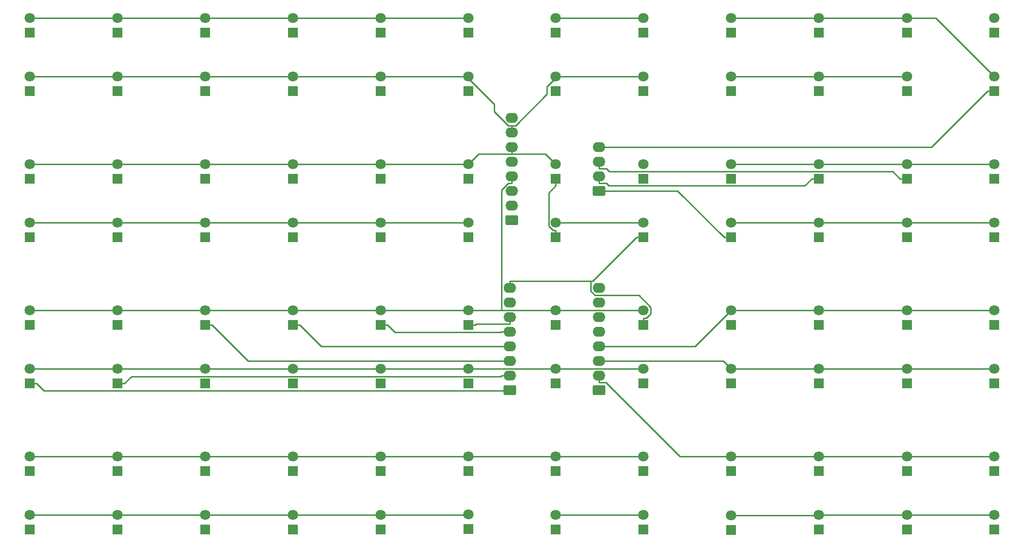
<source format=gbr>
%TF.GenerationSoftware,KiCad,Pcbnew,(6.0.7-1)-1*%
%TF.CreationDate,2023-11-06T04:03:54+10:00*%
%TF.ProjectId,Caution Panel,43617574-696f-46e2-9050-616e656c2e6b,rev?*%
%TF.SameCoordinates,Original*%
%TF.FileFunction,Copper,L1,Top*%
%TF.FilePolarity,Positive*%
%FSLAX46Y46*%
G04 Gerber Fmt 4.6, Leading zero omitted, Abs format (unit mm)*
G04 Created by KiCad (PCBNEW (6.0.7-1)-1) date 2023-11-06 04:03:54*
%MOMM*%
%LPD*%
G01*
G04 APERTURE LIST*
G04 Aperture macros list*
%AMRoundRect*
0 Rectangle with rounded corners*
0 $1 Rounding radius*
0 $2 $3 $4 $5 $6 $7 $8 $9 X,Y pos of 4 corners*
0 Add a 4 corners polygon primitive as box body*
4,1,4,$2,$3,$4,$5,$6,$7,$8,$9,$2,$3,0*
0 Add four circle primitives for the rounded corners*
1,1,$1+$1,$2,$3*
1,1,$1+$1,$4,$5*
1,1,$1+$1,$6,$7*
1,1,$1+$1,$8,$9*
0 Add four rect primitives between the rounded corners*
20,1,$1+$1,$2,$3,$4,$5,0*
20,1,$1+$1,$4,$5,$6,$7,0*
20,1,$1+$1,$6,$7,$8,$9,0*
20,1,$1+$1,$8,$9,$2,$3,0*%
G04 Aperture macros list end*
%TA.AperFunction,ComponentPad*%
%ADD10R,1.800000X1.800000*%
%TD*%
%TA.AperFunction,ComponentPad*%
%ADD11C,1.800000*%
%TD*%
%TA.AperFunction,ComponentPad*%
%ADD12RoundRect,0.250000X0.845000X-0.620000X0.845000X0.620000X-0.845000X0.620000X-0.845000X-0.620000X0*%
%TD*%
%TA.AperFunction,ComponentPad*%
%ADD13O,2.190000X1.740000*%
%TD*%
%TA.AperFunction,Conductor*%
%ADD14C,0.250000*%
%TD*%
G04 APERTURE END LIST*
D10*
%TO.P,D92,1,K*%
%TO.N,/DIG_B3*%
X245000000Y-97893600D03*
D11*
%TO.P,D92,2,A*%
%TO.N,/SEG_D1*%
X245000000Y-95353600D03*
%TD*%
D10*
%TO.P,D77,1,K*%
%TO.N,/DIG_B1*%
X214524800Y-82650500D03*
D11*
%TO.P,D77,2,A*%
%TO.N,/SEG_E1*%
X214524800Y-80110500D03*
%TD*%
D10*
%TO.P,D39,1,K*%
%TO.N,/DIG_A4*%
X138367300Y-57259300D03*
D11*
%TO.P,D39,2,A*%
%TO.N,/SEG_G0*%
X138367300Y-54719300D03*
%TD*%
D10*
%TO.P,D62,1,K*%
%TO.N,/DIG_A7*%
X184044600Y-72475700D03*
D11*
%TO.P,D62,2,A*%
%TO.N,/SEG_F0*%
X184044600Y-69935700D03*
%TD*%
D10*
%TO.P,D63,1,K*%
%TO.N,/DIG_A7*%
X184044600Y-57259300D03*
D11*
%TO.P,D63,2,A*%
%TO.N,/SEG_G0*%
X184044600Y-54719300D03*
%TD*%
D10*
%TO.P,D96,1,K*%
%TO.N,/DIG_B3*%
X245000000Y-57259300D03*
D11*
%TO.P,D96,2,A*%
%TO.N,/SEG_DP1*%
X245000000Y-54719300D03*
%TD*%
D10*
%TO.P,D91,1,K*%
%TO.N,/DIG_B3*%
X245000000Y-108055000D03*
D11*
%TO.P,D91,2,A*%
%TO.N,/SEG_C1*%
X245000000Y-105515000D03*
%TD*%
D10*
%TO.P,D55,1,K*%
%TO.N,/DIG_A6*%
X168805900Y-57259300D03*
D11*
%TO.P,D55,2,A*%
%TO.N,/SEG_G0*%
X168805900Y-54719300D03*
%TD*%
D10*
%TO.P,D60,1,K*%
%TO.N,/DIG_A7*%
X184044600Y-97893600D03*
D11*
%TO.P,D60,2,A*%
%TO.N,/SEG_D0*%
X184044600Y-95353600D03*
%TD*%
D10*
%TO.P,D69,1,K*%
%TO.N,/DIG_B0*%
X199281400Y-82650500D03*
D11*
%TO.P,D69,2,A*%
%TO.N,/SEG_E1*%
X199281400Y-80110500D03*
%TD*%
D10*
%TO.P,D73,1,K*%
%TO.N,/DIG_B1*%
X214524800Y-133465000D03*
D11*
%TO.P,D73,2,A*%
%TO.N,/SEG_A1*%
X214524800Y-130925000D03*
%TD*%
D10*
%TO.P,D38,1,K*%
%TO.N,/DIG_A4*%
X138367300Y-72475700D03*
D11*
%TO.P,D38,2,A*%
%TO.N,/SEG_F0*%
X138367300Y-69935700D03*
%TD*%
D10*
%TO.P,D23,1,K*%
%TO.N,/DIG_A2*%
X107871400Y-57259300D03*
D11*
%TO.P,D23,2,A*%
%TO.N,/SEG_G0*%
X107871400Y-54719300D03*
%TD*%
D10*
%TO.P,D20,1,K*%
%TO.N,/DIG_A2*%
X107871400Y-97893600D03*
D11*
%TO.P,D20,2,A*%
%TO.N,/SEG_D0*%
X107871400Y-95353600D03*
%TD*%
D10*
%TO.P,D8,1,K*%
%TO.N,/DIG_A0*%
X77400300Y-47101300D03*
D11*
%TO.P,D8,2,A*%
%TO.N,/SEG_DP0*%
X77400300Y-44561300D03*
%TD*%
D10*
%TO.P,D15,1,K*%
%TO.N,/DIG_A1*%
X92647100Y-57259300D03*
D11*
%TO.P,D15,2,A*%
%TO.N,/SEG_G0*%
X92647100Y-54719300D03*
%TD*%
D10*
%TO.P,D6,1,K*%
%TO.N,/DIG_A0*%
X77390100Y-72475700D03*
D11*
%TO.P,D6,2,A*%
%TO.N,/SEG_F0*%
X77390100Y-69935700D03*
%TD*%
D10*
%TO.P,D34,1,K*%
%TO.N,/DIG_A4*%
X138367300Y-123289800D03*
D11*
%TO.P,D34,2,A*%
%TO.N,/SEG_B0*%
X138367300Y-120749800D03*
%TD*%
D10*
%TO.P,D59,1,K*%
%TO.N,/DIG_A7*%
X184044600Y-108055000D03*
D11*
%TO.P,D59,2,A*%
%TO.N,/SEG_C0*%
X184044600Y-105515000D03*
%TD*%
D10*
%TO.P,D17,1,K*%
%TO.N,/DIG_A2*%
X107871400Y-133479700D03*
D11*
%TO.P,D17,2,A*%
%TO.N,/SEG_A0*%
X107871400Y-130939700D03*
%TD*%
D10*
%TO.P,D3,1,K*%
%TO.N,/DIG_A0*%
X77413300Y-108055000D03*
D11*
%TO.P,D3,2,A*%
%TO.N,/SEG_C0*%
X77413300Y-105515000D03*
%TD*%
D10*
%TO.P,D11,1,K*%
%TO.N,/DIG_A1*%
X92647100Y-108055000D03*
D11*
%TO.P,D11,2,A*%
%TO.N,/SEG_C0*%
X92647100Y-105515000D03*
%TD*%
D10*
%TO.P,D2,1,K*%
%TO.N,/DIG_A0*%
X77391600Y-123289800D03*
D11*
%TO.P,D2,2,A*%
%TO.N,/SEG_B0*%
X77391600Y-120749800D03*
%TD*%
D10*
%TO.P,D47,1,K*%
%TO.N,/DIG_A5*%
X153596400Y-57259300D03*
D11*
%TO.P,D47,2,A*%
%TO.N,/SEG_G0*%
X153596400Y-54719300D03*
%TD*%
D10*
%TO.P,D58,1,K*%
%TO.N,/DIG_A7*%
X184044600Y-123289800D03*
D11*
%TO.P,D58,2,A*%
%TO.N,/SEG_B0*%
X184044600Y-120749800D03*
%TD*%
D10*
%TO.P,D89,1,K*%
%TO.N,/DIG_B3*%
X245000000Y-133462100D03*
D11*
%TO.P,D89,2,A*%
%TO.N,/SEG_A1*%
X245000000Y-130922100D03*
%TD*%
D10*
%TO.P,D32,1,K*%
%TO.N,/DIG_A3*%
X123100500Y-47101300D03*
D11*
%TO.P,D32,2,A*%
%TO.N,/SEG_DP0*%
X123100500Y-44561300D03*
%TD*%
D10*
%TO.P,D33,1,K*%
%TO.N,/DIG_A4*%
X138367300Y-133456200D03*
D11*
%TO.P,D33,2,A*%
%TO.N,/SEG_A0*%
X138367300Y-130916200D03*
%TD*%
D10*
%TO.P,D48,1,K*%
%TO.N,/DIG_A5*%
X153596400Y-47101300D03*
D11*
%TO.P,D48,2,A*%
%TO.N,/SEG_DP0*%
X153596400Y-44561300D03*
%TD*%
D10*
%TO.P,D46,1,K*%
%TO.N,/DIG_A5*%
X153596400Y-72475700D03*
D11*
%TO.P,D46,2,A*%
%TO.N,/SEG_F0*%
X153596400Y-69935700D03*
%TD*%
D10*
%TO.P,D82,1,K*%
%TO.N,/DIG_B2*%
X229779700Y-123289800D03*
D11*
%TO.P,D82,2,A*%
%TO.N,/SEG_B1*%
X229779700Y-120749800D03*
%TD*%
D10*
%TO.P,D95,1,K*%
%TO.N,/DIG_B3*%
X245000000Y-47101300D03*
D11*
%TO.P,D95,2,A*%
%TO.N,/SEG_G1*%
X245000000Y-44561300D03*
%TD*%
D10*
%TO.P,D13,1,K*%
%TO.N,/DIG_A1*%
X92647100Y-82650500D03*
D11*
%TO.P,D13,2,A*%
%TO.N,/SEG_E0*%
X92647100Y-80110500D03*
%TD*%
D10*
%TO.P,D19,1,K*%
%TO.N,/DIG_A2*%
X107871400Y-108055000D03*
D11*
%TO.P,D19,2,A*%
%TO.N,/SEG_C0*%
X107871400Y-105515000D03*
%TD*%
D10*
%TO.P,D67,1,K*%
%TO.N,/DIG_B0*%
X199281400Y-108055000D03*
D11*
%TO.P,D67,2,A*%
%TO.N,/SEG_C1*%
X199281400Y-105515000D03*
%TD*%
D10*
%TO.P,D78,1,K*%
%TO.N,/DIG_B1*%
X214524800Y-72475700D03*
D11*
%TO.P,D78,2,A*%
%TO.N,/SEG_F1*%
X214524800Y-69935700D03*
%TD*%
D10*
%TO.P,D44,1,K*%
%TO.N,/DIG_A5*%
X153596400Y-97893600D03*
D11*
%TO.P,D44,2,A*%
%TO.N,/SEG_D0*%
X153596400Y-95353600D03*
%TD*%
D10*
%TO.P,D94,1,K*%
%TO.N,/DIG_B3*%
X245000000Y-72475700D03*
D11*
%TO.P,D94,2,A*%
%TO.N,/SEG_F1*%
X245000000Y-69935700D03*
%TD*%
D10*
%TO.P,D80,1,K*%
%TO.N,/DIG_B1*%
X214524800Y-47101300D03*
D11*
%TO.P,D80,2,A*%
%TO.N,/SEG_DP1*%
X214524800Y-44561300D03*
%TD*%
D10*
%TO.P,D86,1,K*%
%TO.N,/DIG_B2*%
X229779700Y-72475700D03*
D11*
%TO.P,D86,2,A*%
%TO.N,/SEG_F1*%
X229779700Y-69935700D03*
%TD*%
D10*
%TO.P,D12,1,K*%
%TO.N,/DIG_A1*%
X92647100Y-97893600D03*
D11*
%TO.P,D12,2,A*%
%TO.N,/SEG_D0*%
X92647100Y-95353600D03*
%TD*%
D10*
%TO.P,D37,1,K*%
%TO.N,/DIG_A4*%
X138367300Y-82650500D03*
D11*
%TO.P,D37,2,A*%
%TO.N,/SEG_E0*%
X138367300Y-80110500D03*
%TD*%
D10*
%TO.P,D75,1,K*%
%TO.N,/DIG_B1*%
X214524800Y-108055000D03*
D11*
%TO.P,D75,2,A*%
%TO.N,/SEG_C1*%
X214524800Y-105515000D03*
%TD*%
D10*
%TO.P,D21,1,K*%
%TO.N,/DIG_A2*%
X107871400Y-82650500D03*
D11*
%TO.P,D21,2,A*%
%TO.N,/SEG_E0*%
X107871400Y-80110500D03*
%TD*%
D10*
%TO.P,D93,1,K*%
%TO.N,/DIG_B3*%
X245000000Y-82650500D03*
D11*
%TO.P,D93,2,A*%
%TO.N,/SEG_E1*%
X245000000Y-80110500D03*
%TD*%
D10*
%TO.P,D18,1,K*%
%TO.N,/DIG_A2*%
X107871400Y-123289800D03*
D11*
%TO.P,D18,2,A*%
%TO.N,/SEG_B0*%
X107871400Y-120749800D03*
%TD*%
D10*
%TO.P,D45,1,K*%
%TO.N,/DIG_A5*%
X153596400Y-82650500D03*
D11*
%TO.P,D45,2,A*%
%TO.N,/SEG_E0*%
X153596400Y-80110500D03*
%TD*%
D10*
%TO.P,D42,1,K*%
%TO.N,/DIG_A5*%
X153596400Y-123289800D03*
D11*
%TO.P,D42,2,A*%
%TO.N,/SEG_B0*%
X153596400Y-120749800D03*
%TD*%
D10*
%TO.P,D57,1,K*%
%TO.N,/DIG_A7*%
X184044600Y-133459400D03*
D11*
%TO.P,D57,2,A*%
%TO.N,/SEG_A0*%
X184044600Y-130919400D03*
%TD*%
D10*
%TO.P,D22,1,K*%
%TO.N,/DIG_A2*%
X107871400Y-72475700D03*
D11*
%TO.P,D22,2,A*%
%TO.N,/SEG_F0*%
X107871400Y-69935700D03*
%TD*%
D10*
%TO.P,D43,1,K*%
%TO.N,/DIG_A5*%
X153596400Y-108055000D03*
D11*
%TO.P,D43,2,A*%
%TO.N,/SEG_C0*%
X153596400Y-105515000D03*
%TD*%
D10*
%TO.P,D27,1,K*%
%TO.N,/DIG_A3*%
X123100500Y-108055000D03*
D11*
%TO.P,D27,2,A*%
%TO.N,/SEG_C0*%
X123100500Y-105515000D03*
%TD*%
D10*
%TO.P,D83,1,K*%
%TO.N,/DIG_B2*%
X229779700Y-108055000D03*
D11*
%TO.P,D83,2,A*%
%TO.N,/SEG_C1*%
X229779700Y-105515000D03*
%TD*%
D10*
%TO.P,D28,1,K*%
%TO.N,/DIG_A3*%
X123100500Y-97893600D03*
D11*
%TO.P,D28,2,A*%
%TO.N,/SEG_D0*%
X123100500Y-95353600D03*
%TD*%
D10*
%TO.P,D10,1,K*%
%TO.N,/DIG_A1*%
X92647100Y-123289800D03*
D11*
%TO.P,D10,2,A*%
%TO.N,/SEG_B0*%
X92647100Y-120749800D03*
%TD*%
D10*
%TO.P,D5,1,K*%
%TO.N,/DIG_A0*%
X77409700Y-82650500D03*
D11*
%TO.P,D5,2,A*%
%TO.N,/SEG_E0*%
X77409700Y-80110500D03*
%TD*%
D10*
%TO.P,D79,1,K*%
%TO.N,/DIG_B1*%
X214524800Y-57259300D03*
D11*
%TO.P,D79,2,A*%
%TO.N,/SEG_G1*%
X214524800Y-54719300D03*
%TD*%
D10*
%TO.P,D56,1,K*%
%TO.N,/DIG_A6*%
X168805900Y-47101300D03*
D11*
%TO.P,D56,2,A*%
%TO.N,/SEG_DP0*%
X168805900Y-44561300D03*
%TD*%
D10*
%TO.P,D40,1,K*%
%TO.N,/DIG_A4*%
X138367300Y-47101300D03*
D11*
%TO.P,D40,2,A*%
%TO.N,/SEG_DP0*%
X138367300Y-44561300D03*
%TD*%
D10*
%TO.P,D36,1,K*%
%TO.N,/DIG_A4*%
X138367300Y-97893600D03*
D11*
%TO.P,D36,2,A*%
%TO.N,/SEG_D0*%
X138367300Y-95353600D03*
%TD*%
D10*
%TO.P,D25,1,K*%
%TO.N,/DIG_A3*%
X123100500Y-133466700D03*
D11*
%TO.P,D25,2,A*%
%TO.N,/SEG_A0*%
X123100500Y-130926700D03*
%TD*%
D10*
%TO.P,D87,1,K*%
%TO.N,/DIG_B2*%
X229779700Y-57259300D03*
D11*
%TO.P,D87,2,A*%
%TO.N,/SEG_G1*%
X229779700Y-54719300D03*
%TD*%
D10*
%TO.P,D53,1,K*%
%TO.N,/DIG_A6*%
X168805900Y-82650500D03*
D11*
%TO.P,D53,2,A*%
%TO.N,/SEG_E0*%
X168805900Y-80110500D03*
%TD*%
D10*
%TO.P,D49,1,K*%
%TO.N,/DIG_A6*%
X168805900Y-133450900D03*
D11*
%TO.P,D49,2,A*%
%TO.N,/SEG_A0*%
X168805900Y-130910900D03*
%TD*%
D10*
%TO.P,D14,1,K*%
%TO.N,/DIG_A1*%
X92647100Y-72475700D03*
D11*
%TO.P,D14,2,A*%
%TO.N,/SEG_F0*%
X92647100Y-69935700D03*
%TD*%
D10*
%TO.P,D9,1,K*%
%TO.N,/DIG_A1*%
X92647100Y-133482200D03*
D11*
%TO.P,D9,2,A*%
%TO.N,/SEG_A0*%
X92647100Y-130942200D03*
%TD*%
D10*
%TO.P,D52,1,K*%
%TO.N,/DIG_A6*%
X168805900Y-97893600D03*
D11*
%TO.P,D52,2,A*%
%TO.N,/SEG_D0*%
X168805900Y-95353600D03*
%TD*%
D10*
%TO.P,D4,1,K*%
%TO.N,/DIG_A0*%
X77406300Y-97893600D03*
D11*
%TO.P,D4,2,A*%
%TO.N,/SEG_D0*%
X77406300Y-95353600D03*
%TD*%
D10*
%TO.P,D66,1,K*%
%TO.N,/DIG_B0*%
X199281400Y-123289800D03*
D11*
%TO.P,D66,2,A*%
%TO.N,/SEG_B1*%
X199281400Y-120749800D03*
%TD*%
D10*
%TO.P,D85,1,K*%
%TO.N,/DIG_B2*%
X229779700Y-82650500D03*
D11*
%TO.P,D85,2,A*%
%TO.N,/SEG_E1*%
X229779700Y-80110500D03*
%TD*%
D10*
%TO.P,D26,1,K*%
%TO.N,/DIG_A3*%
X123100500Y-123289800D03*
D11*
%TO.P,D26,2,A*%
%TO.N,/SEG_B0*%
X123100500Y-120749800D03*
%TD*%
D10*
%TO.P,D81,1,K*%
%TO.N,/DIG_B2*%
X229779700Y-133470000D03*
D11*
%TO.P,D81,2,A*%
%TO.N,/SEG_A1*%
X229779700Y-130930000D03*
%TD*%
D10*
%TO.P,D30,1,K*%
%TO.N,/DIG_A3*%
X123100500Y-72475700D03*
D11*
%TO.P,D30,2,A*%
%TO.N,/SEG_F0*%
X123100500Y-69935700D03*
%TD*%
D10*
%TO.P,D7,1,K*%
%TO.N,/DIG_A0*%
X77394900Y-57259300D03*
D11*
%TO.P,D7,2,A*%
%TO.N,/SEG_G0*%
X77394900Y-54719300D03*
%TD*%
D10*
%TO.P,D16,1,K*%
%TO.N,/DIG_A1*%
X92647100Y-47101300D03*
D11*
%TO.P,D16,2,A*%
%TO.N,/SEG_DP0*%
X92647100Y-44561300D03*
%TD*%
D10*
%TO.P,D29,1,K*%
%TO.N,/DIG_A3*%
X123100500Y-82650500D03*
D11*
%TO.P,D29,2,A*%
%TO.N,/SEG_E0*%
X123100500Y-80110500D03*
%TD*%
D10*
%TO.P,D84,1,K*%
%TO.N,/DIG_B2*%
X229779700Y-97893600D03*
D11*
%TO.P,D84,2,A*%
%TO.N,/SEG_D1*%
X229779700Y-95353600D03*
%TD*%
D10*
%TO.P,D64,1,K*%
%TO.N,/DIG_A7*%
X184044600Y-47101300D03*
D11*
%TO.P,D64,2,A*%
%TO.N,/SEG_DP0*%
X184044600Y-44561300D03*
%TD*%
D10*
%TO.P,D70,1,K*%
%TO.N,/DIG_B0*%
X199281400Y-72475700D03*
D11*
%TO.P,D70,2,A*%
%TO.N,/SEG_F1*%
X199281400Y-69935700D03*
%TD*%
D10*
%TO.P,D54,1,K*%
%TO.N,/DIG_A6*%
X168805900Y-72475700D03*
D11*
%TO.P,D54,2,A*%
%TO.N,/SEG_F0*%
X168805900Y-69935700D03*
%TD*%
D10*
%TO.P,D72,1,K*%
%TO.N,/DIG_B0*%
X199281400Y-47101300D03*
D11*
%TO.P,D72,2,A*%
%TO.N,/SEG_DP1*%
X199281400Y-44561300D03*
%TD*%
D10*
%TO.P,D50,1,K*%
%TO.N,/DIG_A6*%
X168805900Y-123289800D03*
D11*
%TO.P,D50,2,A*%
%TO.N,/SEG_B0*%
X168805900Y-120749800D03*
%TD*%
D10*
%TO.P,D90,1,K*%
%TO.N,/DIG_B3*%
X245000000Y-123289800D03*
D11*
%TO.P,D90,2,A*%
%TO.N,/SEG_B1*%
X245000000Y-120749800D03*
%TD*%
D10*
%TO.P,D41,1,K*%
%TO.N,/DIG_A5*%
X153596400Y-133392400D03*
D11*
%TO.P,D41,2,A*%
%TO.N,/SEG_A0*%
X153596400Y-130852400D03*
%TD*%
D10*
%TO.P,D71,1,K*%
%TO.N,/DIG_B0*%
X199281400Y-57259300D03*
D11*
%TO.P,D71,2,A*%
%TO.N,/SEG_G1*%
X199281400Y-54719300D03*
%TD*%
D10*
%TO.P,D1,1,K*%
%TO.N,/DIG_A0*%
X77397300Y-133446800D03*
D11*
%TO.P,D1,2,A*%
%TO.N,/SEG_A0*%
X77397300Y-130906800D03*
%TD*%
D10*
%TO.P,D76,1,K*%
%TO.N,/DIG_B1*%
X214524800Y-97893600D03*
D11*
%TO.P,D76,2,A*%
%TO.N,/SEG_D1*%
X214524800Y-95353600D03*
%TD*%
D10*
%TO.P,D61,1,K*%
%TO.N,/DIG_A7*%
X184044600Y-82650500D03*
D11*
%TO.P,D61,2,A*%
%TO.N,/SEG_E0*%
X184044600Y-80110500D03*
%TD*%
D10*
%TO.P,D24,1,K*%
%TO.N,/DIG_A2*%
X107871400Y-47101300D03*
D11*
%TO.P,D24,2,A*%
%TO.N,/SEG_DP0*%
X107871400Y-44561300D03*
%TD*%
D10*
%TO.P,D74,1,K*%
%TO.N,/DIG_B1*%
X214524800Y-123289800D03*
D11*
%TO.P,D74,2,A*%
%TO.N,/SEG_B1*%
X214524800Y-120749800D03*
%TD*%
D10*
%TO.P,D88,1,K*%
%TO.N,/DIG_B2*%
X229779700Y-47101300D03*
D11*
%TO.P,D88,2,A*%
%TO.N,/SEG_DP1*%
X229779700Y-44561300D03*
%TD*%
D10*
%TO.P,D68,1,K*%
%TO.N,/DIG_B0*%
X199281400Y-97893600D03*
D11*
%TO.P,D68,2,A*%
%TO.N,/SEG_D1*%
X199281400Y-95353600D03*
%TD*%
D10*
%TO.P,D31,1,K*%
%TO.N,/DIG_A3*%
X123100500Y-57259300D03*
D11*
%TO.P,D31,2,A*%
%TO.N,/SEG_G0*%
X123100500Y-54719300D03*
%TD*%
D10*
%TO.P,D51,1,K*%
%TO.N,/DIG_A6*%
X168805900Y-108055000D03*
D11*
%TO.P,D51,2,A*%
%TO.N,/SEG_C0*%
X168805900Y-105515000D03*
%TD*%
D10*
%TO.P,D35,1,K*%
%TO.N,/DIG_A4*%
X138367300Y-108055000D03*
D11*
%TO.P,D35,2,A*%
%TO.N,/SEG_C0*%
X138367300Y-105515000D03*
%TD*%
D10*
%TO.P,D65,1,K*%
%TO.N,/DIG_B0*%
X199281400Y-133491000D03*
D11*
%TO.P,D65,2,A*%
%TO.N,/SEG_A1*%
X199281400Y-130951000D03*
%TD*%
D12*
%TO.P,J2,1,Pin_1*%
%TO.N,/DIG_A0*%
X160774300Y-109247600D03*
D13*
%TO.P,J2,2,Pin_2*%
%TO.N,/DIG_A1*%
X160774300Y-106707600D03*
%TO.P,J2,3,Pin_3*%
%TO.N,/DIG_A2*%
X160774300Y-104167600D03*
%TO.P,J2,4,Pin_4*%
%TO.N,/DIG_A3*%
X160774300Y-101627600D03*
%TO.P,J2,5,Pin_5*%
%TO.N,/DIG_A4*%
X160774300Y-99087600D03*
%TO.P,J2,6,Pin_6*%
%TO.N,/DIG_A5*%
X160774300Y-96547600D03*
%TO.P,J2,7,Pin_7*%
%TO.N,/DIG_A6*%
X160774300Y-94007600D03*
%TO.P,J2,8,Pin_8*%
%TO.N,/DIG_A7*%
X160774300Y-91467600D03*
%TD*%
D12*
%TO.P,J1,1,Pin_1*%
%TO.N,/SEG_A0*%
X161162500Y-79652600D03*
D13*
%TO.P,J1,2,Pin_2*%
%TO.N,/SEG_B0*%
X161162500Y-77112600D03*
%TO.P,J1,3,Pin_3*%
%TO.N,/SEG_C0*%
X161162500Y-74572600D03*
%TO.P,J1,4,Pin_4*%
%TO.N,/SEG_D0*%
X161162500Y-72032600D03*
%TO.P,J1,5,Pin_5*%
%TO.N,/SEG_E0*%
X161162500Y-69492600D03*
%TO.P,J1,6,Pin_6*%
%TO.N,/SEG_F0*%
X161162500Y-66952600D03*
%TO.P,J1,7,Pin_7*%
%TO.N,/SEG_G0*%
X161162500Y-64412600D03*
%TO.P,J1,8,Pin_8*%
%TO.N,/SEG_DP0*%
X161162500Y-61872600D03*
%TD*%
D12*
%TO.P,J3,1,Pin_1*%
%TO.N,/SEG_A1*%
X176331800Y-109247600D03*
D13*
%TO.P,J3,2,Pin_2*%
%TO.N,/SEG_B1*%
X176331800Y-106707600D03*
%TO.P,J3,3,Pin_3*%
%TO.N,/SEG_C1*%
X176331800Y-104167600D03*
%TO.P,J3,4,Pin_4*%
%TO.N,/SEG_D1*%
X176331800Y-101627600D03*
%TO.P,J3,5,Pin_5*%
%TO.N,/SEG_E1*%
X176331800Y-99087600D03*
%TO.P,J3,6,Pin_6*%
%TO.N,/SEG_F1*%
X176331800Y-96547600D03*
%TO.P,J3,7,Pin_7*%
%TO.N,/SEG_G1*%
X176331800Y-94007600D03*
%TO.P,J3,8,Pin_8*%
%TO.N,/SEG_DP1*%
X176331800Y-91467600D03*
%TD*%
D12*
%TO.P,J4,1,Pin_1*%
%TO.N,/DIG_B0*%
X176351800Y-74572600D03*
D13*
%TO.P,J4,2,Pin_2*%
%TO.N,/DIG_B1*%
X176351800Y-72032600D03*
%TO.P,J4,3,Pin_3*%
%TO.N,/DIG_B2*%
X176351800Y-69492600D03*
%TO.P,J4,4,Pin_4*%
%TO.N,/DIG_B3*%
X176351800Y-66952600D03*
%TD*%
D14*
%TO.N,/DIG_A0*%
X160741500Y-109280400D02*
X160774300Y-109247600D01*
X79864000Y-109280400D02*
X160741500Y-109280400D01*
X78638600Y-108055000D02*
X79864000Y-109280400D01*
X77413300Y-108055000D02*
X78638600Y-108055000D01*
%TO.N,/SEG_A0*%
X92649600Y-130939700D02*
X107871400Y-130939700D01*
X123087500Y-130939700D02*
X123100500Y-130926700D01*
X138367300Y-130916200D02*
X153532600Y-130916200D01*
X138356800Y-130926700D02*
X138367300Y-130916200D01*
X77397300Y-130906800D02*
X92611700Y-130906800D01*
X123100500Y-130926700D02*
X138356800Y-130926700D01*
X184036100Y-130910900D02*
X184044600Y-130919400D01*
X153532600Y-130916200D02*
X153596400Y-130852400D01*
X168805900Y-130910900D02*
X184036100Y-130910900D01*
X107871400Y-130939700D02*
X123087500Y-130939700D01*
X92611700Y-130906800D02*
X92647100Y-130942200D01*
X92647100Y-130942200D02*
X92649600Y-130939700D01*
%TO.N,/DIG_A2*%
X107871400Y-97893600D02*
X109096700Y-97893600D01*
X109096700Y-97893600D02*
X115370700Y-104167600D01*
X115370700Y-104167600D02*
X160774300Y-104167600D01*
%TO.N,/DIG_A1*%
X159231900Y-106829700D02*
X159354000Y-106707600D01*
X93872400Y-108055000D02*
X95097700Y-106829700D01*
X160774300Y-106707600D02*
X159354000Y-106707600D01*
X95097700Y-106829700D02*
X159231900Y-106829700D01*
X92647100Y-108055000D02*
X93872400Y-108055000D01*
%TO.N,/DIG_A3*%
X124325800Y-97893600D02*
X128059800Y-101627600D01*
X123100500Y-97893600D02*
X124325800Y-97893600D01*
X128059800Y-101627600D02*
X160774300Y-101627600D01*
%TO.N,/DIG_A4*%
X160774300Y-99087600D02*
X159354000Y-99087600D01*
X159322600Y-99119000D02*
X159354000Y-99087600D01*
X138367300Y-97893600D02*
X139592600Y-97893600D01*
X140818000Y-99119000D02*
X159322600Y-99119000D01*
X139592600Y-97893600D02*
X140818000Y-99119000D01*
%TO.N,/DIG_A6*%
X168346400Y-81425200D02*
X167580600Y-80659400D01*
X167580600Y-80659400D02*
X167580600Y-74926300D01*
X168805900Y-81425200D02*
X168346400Y-81425200D01*
X168805900Y-82650500D02*
X168805900Y-81425200D01*
X168805900Y-72475700D02*
X168805900Y-73701000D01*
X167580600Y-74926300D02*
X168805900Y-73701000D01*
%TO.N,/DIG_A5*%
X154972400Y-97742900D02*
X160774300Y-97742900D01*
X160774300Y-96547600D02*
X160774300Y-97742900D01*
X153596400Y-97893600D02*
X154821700Y-97893600D01*
X154821700Y-97893600D02*
X154972400Y-97742900D01*
%TO.N,/DIG_A7*%
X185279400Y-94794100D02*
X183222900Y-92737600D01*
X175197500Y-90272300D02*
X182819300Y-82650500D01*
X185279400Y-95893000D02*
X185279400Y-94794100D01*
X184044600Y-97893600D02*
X184044600Y-96668300D01*
X174905300Y-90272300D02*
X175197500Y-90272300D01*
X183222900Y-92737600D02*
X175603800Y-92737600D01*
X160774300Y-91467600D02*
X160774300Y-90272300D01*
X184044600Y-96668300D02*
X184504100Y-96668300D01*
X184504100Y-96668300D02*
X185279400Y-95893000D01*
X160774300Y-90272300D02*
X174905300Y-90272300D01*
X174905300Y-92039100D02*
X174905300Y-90272300D01*
X184044600Y-82650500D02*
X182819300Y-82650500D01*
X175603800Y-92737600D02*
X174905300Y-92039100D01*
%TO.N,/DIG_B0*%
X176351800Y-74572600D02*
X189978200Y-74572600D01*
X199281400Y-82650500D02*
X198056100Y-82650500D01*
X189978200Y-74572600D02*
X198056100Y-82650500D01*
%TO.N,/SEG_A1*%
X214529800Y-130930000D02*
X229779700Y-130930000D01*
X214498800Y-130951000D02*
X214524800Y-130925000D01*
X199281400Y-130951000D02*
X214498800Y-130951000D01*
X214524800Y-130925000D02*
X214529800Y-130930000D01*
X229779700Y-130930000D02*
X244992100Y-130930000D01*
X244992100Y-130930000D02*
X245000000Y-130922100D01*
%TO.N,/DIG_B2*%
X229779700Y-72475700D02*
X228554400Y-72475700D01*
X176351800Y-69492600D02*
X176351800Y-70687900D01*
X177547100Y-70687900D02*
X178109600Y-71250400D01*
X178109600Y-71250400D02*
X227329100Y-71250400D01*
X227329100Y-71250400D02*
X228554400Y-72475700D01*
X176351800Y-70687900D02*
X177547100Y-70687900D01*
%TO.N,/DIG_B1*%
X176351800Y-73227900D02*
X177547100Y-73227900D01*
X214524800Y-72475700D02*
X213299500Y-72475700D01*
X177547100Y-73227900D02*
X178020200Y-73701000D01*
X212074200Y-73701000D02*
X213299500Y-72475700D01*
X176351800Y-72032600D02*
X176351800Y-73227900D01*
X178020200Y-73701000D02*
X212074200Y-73701000D01*
%TO.N,/DIG_B3*%
X245000000Y-57259300D02*
X243774700Y-57259300D01*
X234081400Y-66952600D02*
X176351800Y-66952600D01*
X243774700Y-57259300D02*
X234081400Y-66952600D01*
%TO.N,/SEG_B0*%
X107871400Y-120749800D02*
X123100500Y-120749800D01*
X77391600Y-120749800D02*
X92647100Y-120749800D01*
X138367300Y-120749800D02*
X153596400Y-120749800D01*
X92647100Y-120749800D02*
X107871400Y-120749800D01*
X168805900Y-120749800D02*
X184044600Y-120749800D01*
X123100500Y-120749800D02*
X138367300Y-120749800D01*
X153596400Y-120749800D02*
X168805900Y-120749800D01*
%TO.N,/SEG_B1*%
X190374000Y-120749800D02*
X199281400Y-120749800D01*
X176331800Y-107902900D02*
X177527100Y-107902900D01*
X199281400Y-120749800D02*
X214524800Y-120749800D01*
X214524800Y-120749800D02*
X229779700Y-120749800D01*
X177527100Y-107902900D02*
X190374000Y-120749800D01*
X176331800Y-106707600D02*
X176331800Y-107902900D01*
X229779700Y-120749800D02*
X245000000Y-120749800D01*
%TO.N,/SEG_C0*%
X92647100Y-105515000D02*
X107871400Y-105515000D01*
X107871400Y-105515000D02*
X123100500Y-105515000D01*
X123100500Y-105515000D02*
X138367300Y-105515000D01*
X184005900Y-105476300D02*
X184044600Y-105515000D01*
X153596400Y-105515000D02*
X153635100Y-105476300D01*
X138367300Y-105515000D02*
X153596400Y-105515000D01*
X168805900Y-105476300D02*
X168805900Y-105515000D01*
X153635100Y-105476300D02*
X168805900Y-105476300D01*
X77413300Y-105515000D02*
X92647100Y-105515000D01*
X168805900Y-105476300D02*
X184005900Y-105476300D01*
%TO.N,/SEG_C1*%
X214524800Y-105515000D02*
X199281400Y-105515000D01*
X214524800Y-105515000D02*
X229779700Y-105515000D01*
X229779700Y-105515000D02*
X245000000Y-105515000D01*
X197934000Y-104167600D02*
X176331800Y-104167600D01*
X199281400Y-105515000D02*
X197934000Y-104167600D01*
%TO.N,/SEG_D0*%
X161162500Y-72032600D02*
X161162500Y-73227900D01*
X92647100Y-95353600D02*
X107871400Y-95353600D01*
X153634400Y-95315600D02*
X159339500Y-95315600D01*
X159339500Y-74453300D02*
X160564900Y-73227900D01*
X77406300Y-95353600D02*
X92647100Y-95353600D01*
X160564900Y-73227900D02*
X161162500Y-73227900D01*
X159339500Y-95315600D02*
X168805900Y-95315600D01*
X138367300Y-95353600D02*
X153596400Y-95353600D01*
X107871400Y-95353600D02*
X123100500Y-95353600D01*
X184006600Y-95315600D02*
X184044600Y-95353600D01*
X153596400Y-95353600D02*
X153634400Y-95315600D01*
X168805900Y-95315600D02*
X184006600Y-95315600D01*
X168805900Y-95353600D02*
X168805900Y-95315600D01*
X123100500Y-95353600D02*
X138367300Y-95353600D01*
X159339500Y-95315600D02*
X159339500Y-74453300D01*
%TO.N,/SEG_D1*%
X214524800Y-95353600D02*
X199281400Y-95353600D01*
X229779700Y-95353600D02*
X245000000Y-95353600D01*
X193007400Y-101627600D02*
X176331800Y-101627600D01*
X214524800Y-95353600D02*
X229779700Y-95353600D01*
X199281400Y-95353600D02*
X193007400Y-101627600D01*
%TO.N,/SEG_E0*%
X92647100Y-80110500D02*
X107871400Y-80110500D01*
X138367300Y-80110500D02*
X153596400Y-80110500D01*
X77409700Y-80110500D02*
X92647100Y-80110500D01*
X123100500Y-80110500D02*
X138367300Y-80110500D01*
X184044600Y-80110500D02*
X168805900Y-80110500D01*
X107871400Y-80110500D02*
X123100500Y-80110500D01*
%TO.N,/SEG_E1*%
X229779700Y-80110500D02*
X245000000Y-80110500D01*
X199281400Y-80110500D02*
X214524800Y-80110500D01*
X214524800Y-80110500D02*
X229779700Y-80110500D01*
%TO.N,/SEG_F0*%
X153596400Y-69935700D02*
X155384200Y-68147900D01*
X92647100Y-69935700D02*
X107871400Y-69935700D01*
X167018100Y-68147900D02*
X161162500Y-68147900D01*
X161162500Y-66952600D02*
X161162500Y-68147900D01*
X168805900Y-69935700D02*
X167018100Y-68147900D01*
X107871400Y-69935700D02*
X123100500Y-69935700D01*
X138367300Y-69935700D02*
X153596400Y-69935700D01*
X155384200Y-68147900D02*
X161162500Y-68147900D01*
X123100500Y-69935700D02*
X138367300Y-69935700D01*
X77390100Y-69935700D02*
X92647100Y-69935700D01*
%TO.N,/SEG_F1*%
X229779700Y-69935700D02*
X245000000Y-69935700D01*
X214524800Y-69935700D02*
X229779700Y-69935700D01*
X199281400Y-69935700D02*
X214524800Y-69935700D01*
%TO.N,/SEG_G0*%
X167261900Y-56482200D02*
X167261900Y-57768800D01*
X160564900Y-63217300D02*
X161162500Y-63217300D01*
X161813400Y-63217300D02*
X161162500Y-63217300D01*
X153281900Y-54719300D02*
X153316500Y-54719300D01*
X123100500Y-54719300D02*
X138367300Y-54719300D01*
X153316500Y-54719300D02*
X158123400Y-59526200D01*
X107871400Y-54719300D02*
X123100500Y-54719300D01*
X169306000Y-54719300D02*
X169024800Y-54719300D01*
X158123400Y-59526200D02*
X158123400Y-60775800D01*
X168805900Y-54719300D02*
X169306000Y-54719300D01*
X138367300Y-54719300D02*
X153281900Y-54719300D01*
X167261900Y-57768800D02*
X161813400Y-63217300D01*
X92647100Y-54719300D02*
X107871400Y-54719300D01*
X153281900Y-54719300D02*
X153596400Y-54719300D01*
X169024800Y-54719300D02*
X167261900Y-56482200D01*
X77394900Y-54719300D02*
X92647100Y-54719300D01*
X161162500Y-64412600D02*
X161162500Y-63217300D01*
X169306000Y-54719300D02*
X184044600Y-54719300D01*
X158123400Y-60775800D02*
X160564900Y-63217300D01*
%TO.N,/SEG_G1*%
X199281400Y-54719300D02*
X214524800Y-54719300D01*
X229779700Y-54719300D02*
X214524800Y-54719300D01*
%TO.N,/SEG_DP0*%
X123100500Y-44561300D02*
X138367300Y-44561300D01*
X138367300Y-44561300D02*
X153596400Y-44561300D01*
X92647100Y-44561300D02*
X107871400Y-44561300D01*
X77400300Y-44561300D02*
X92647100Y-44561300D01*
X168805900Y-44561300D02*
X184044600Y-44561300D01*
X107871400Y-44561300D02*
X123100500Y-44561300D01*
%TO.N,/SEG_DP1*%
X199281400Y-44561300D02*
X214524800Y-44561300D01*
X214524800Y-44561300D02*
X229779700Y-44561300D01*
X234842000Y-44561300D02*
X245000000Y-54719300D01*
X229779700Y-44561300D02*
X234842000Y-44561300D01*
%TD*%
M02*

</source>
